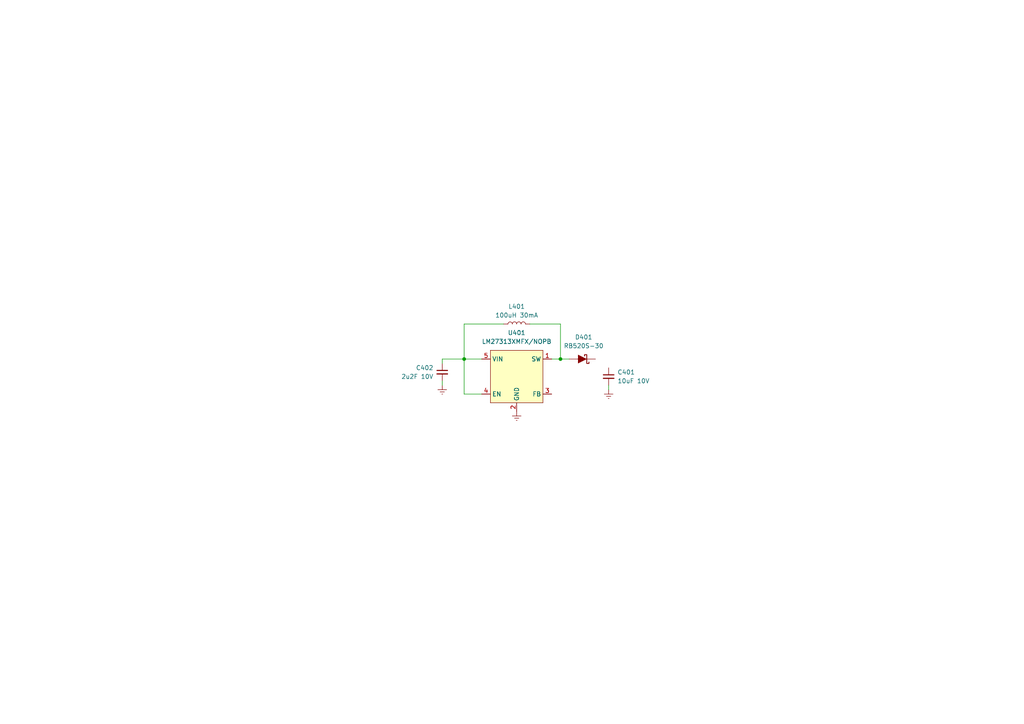
<source format=kicad_sch>
(kicad_sch (version 20250114) (generator "eeschema") (generator_version "9.0")
  (paper "A4")
  (lib_symbols
    (symbol "BR_Capacitors_0402:C_0402_10uF_10V_X5R_20%" (pin_numbers (hide yes)) (pin_names (offset 0.254) (hide yes))
      (property "Reference" "C" (at 1.016 1.778 0))
      (property "Value" "10uF 10V" (at 1.016 -1.778 0))
      (symbol "C_0402_10uF_10V_X5R_20%_0_1"
        (polyline (pts (xy -1.524 0.508) (xy 1.524 0.508)) (stroke (width 0.3048)))
        (polyline (pts (xy -1.524 -0.508) (xy 1.524 -0.508)) (stroke (width 0.3302)))
      )
      (symbol "C_0402_10uF_10V_X5R_20%_1_1"
        (pin passive line (at 0 2.54 270) (length 2.032) (name "~") (number "1"))
        (pin passive line (at 0 -2.54 90) (length 2.032) (name "~") (number "2"))
      )
    )
    (symbol "BR_Capacitors_0402:C_0402_2u2F_10V_X7R_10%" (pin_numbers (hide yes)) (pin_names (offset 0.254) (hide yes))
      (property "Reference" "C" (at 1.016 1.778 0))
      (property "Value" "2u2F 10V" (at 1.016 -1.778 0))
      (symbol "C_0402_2u2F_10V_X7R_10%_0_1"
        (polyline (pts (xy -1.524 0.508) (xy 1.524 0.508)) (stroke (width 0.3048)))
        (polyline (pts (xy -1.524 -0.508) (xy 1.524 -0.508)) (stroke (width 0.3302)))
      )
      (symbol "C_0402_2u2F_10V_X7R_10%_1_1"
        (pin passive line (at 0 2.54 270) (length 2.032) (name "~") (number "1"))
        (pin passive line (at 0 -2.54 90) (length 2.032) (name "~") (number "2"))
      )
    )
    (symbol "BR_Diodes:D_Schottky_RB520S-30" (pin_numbers (hide yes)) (pin_names (offset 1.016) (hide yes))
      (property "Reference" "D" (at -0.3175 6.35 0))
      (property "Value" "RB520S-30" (at -0.3175 3.81 0))
      (symbol "D_Schottky_RB520S-30_0_1"
        (polyline (pts (xy 1.27 0) (xy -1.27 0)))
      )
      (symbol "D_Schottky_RB520S-30_1_1"
        (polyline (pts (xy -0.635 -0.889) (xy -0.635 -1.27) (xy -1.27 -1.27) (xy -1.27 1.27) (xy -1.905 1.27) (xy -1.905 0.889)) (stroke (width 0.254)))
        (polyline (pts (xy 1.27 1.27) (xy 1.27 -1.27) (xy -1.27 0) (xy 1.27 1.27)) (stroke (width -0.0001)) (fill (type outline)))
        (pin passive line (at -3.81 0 0) (length 2.54) (name "K") (number "1"))
        (pin passive line (at 3.81 0 180) (length 2.54) (name "A") (number "2"))
      )
    )
    (symbol "BR_IC_Regulators:LM27313XMFX/NOPB"
      (property "Reference" "U" (at 2.1941 12.7 0))
      (property "Value" "LM27313XMFX/NOPB" (at 2.1941 10.16 0))
      (symbol "LM27313XMFX/NOPB_1_1"
        (rectangle (start -7.62 7.62) (end 7.62 -7.62) (fill (type background)))
        (pin power_in line (at -10.16 5.08 0) (length 2.54) (name "VIN") (number "5"))
        (pin input line (at -10.16 -5.08 0) (length 2.54) (name "EN") (number "4"))
        (pin power_in line (at 0 -10.16 90) (length 2.54) (name "GND") (number "2"))
        (pin power_out line (at 10.16 5.08 180) (length 2.54) (name "SW") (number "1"))
        (pin input line (at 10.16 -5.08 180) (length 2.54) (name "FB") (number "3"))
      )
    )
    (symbol "BR_Inductors:L_MLZ2012N101LT000" (pin_numbers (hide yes)) (pin_names (offset 0.254) (hide yes))
      (property "Reference" "L" (at -1.27 0 90))
      (property "Value" "100uH 30mA" (at 2.032 0.508 90))
      (symbol "L_MLZ2012N101LT000_0_1"
        (arc (start 0 2.54) (mid 0.6158 1.905) (end 0 1.27))
        (arc (start 0.0195 1.27) (mid 0.6353 0.635) (end 0.0195 0))
        (arc (start 0.0195 0) (mid 0.6353 -0.635) (end 0.0195 -1.27))
        (arc (start 0.0195 -1.27) (mid 0.6353 -1.905) (end 0.0195 -2.54))
      )
      (symbol "L_MLZ2012N101LT000_1_1"
        (pin passive line (at 0 3.81 270) (length 1.27) (name "~") (number "1"))
        (pin passive line (at 0 -3.81 90) (length 1.27) (name "~") (number "2"))
      )
    )
    (symbol "BR_Virtual_Parts:GND" (power) (pin_numbers (hide yes)) (pin_names (offset 0) (hide yes))
      (property "Value" "GND" (at 0 -3.556 0))
      (symbol "GND_0_1"
        (polyline (pts (xy -0.635 -1.905) (xy 0.635 -1.905)))
        (polyline (pts (xy -0.127 -2.54) (xy 0.127 -2.54)))
        (polyline (pts (xy 0 -1.27) (xy 0 0)))
        (polyline (pts (xy 1.27 -1.27) (xy -1.27 -1.27)))
      )
      (symbol "GND_1_1"
        (pin power_in line (at 0 0 270) (length 0) (hide yes) (name "GNDREF") (number "1"))
      )
    )
  )
  (junction (at 162.56 104.14))
  (junction (at 134.62 104.14))
  (wire (pts (xy 128.27 110.49) (xy 128.27 111.76)))
  (wire (pts (xy 139.7 114.3) (xy 134.62 114.3)))
  (wire (pts (xy 162.56 104.14) (xy 165.1 104.14)))
  (wire (pts (xy 134.62 93.98) (xy 134.62 104.14)))
  (wire (pts (xy 153.67 93.98) (xy 162.56 93.98)))
  (wire (pts (xy 162.56 104.14) (xy 160.02 104.14)))
  (wire (pts (xy 134.62 104.14) (xy 128.27 104.14)))
  (wire (pts (xy 146.05 93.98) (xy 134.62 93.98)))
  (wire (pts (xy 139.7 104.14) (xy 134.62 104.14)))
  (wire (pts (xy 162.56 93.98) (xy 162.56 104.14)))
  (wire (pts (xy 134.62 114.3) (xy 134.62 104.14)))
  (wire (pts (xy 128.27 104.14) (xy 128.27 105.41)))
  (wire (pts (xy 176.53 111.76) (xy 176.53 113.03)))
  (symbol (lib_id "BR_Virtual_Parts:GND") (at 149.86 119.38 0) (unit 1)
    (property "Reference" "#PWR0403" (effects (hide yes)))
    (property "Value" "GND" (effects (hide yes)))
  )
  (symbol (lib_id "BR_Capacitors_0402:C_0402_2u2F_10V_X7R_10%") (at 128.27 107.95 0) (mirror y) (unit 1)
    (property "Reference" "C402" (at 125.73 106.6862 0) (effects (justify left)))
    (property "Value" "2u2F 10V" (at 125.73 109.2262 0) (effects (justify left)))
    (property "Footprint" "BR_Passives:C_0402_1005Metric-minimized" (effects (hide yes)))
    (property "Datasheet" "https://search.murata.co.jp/Ceramy/image/img/A01X/G101/ENG/GRM155Z71A225KE01-01.pdf" (effects (hide yes)))
    (property "Description" "2.2uF 10V X7R 10% Ceramic Capacitor 0402" (effects (hide yes)))
    (property "Manufacturer" "Murata Electronics" (effects (hide yes)))
    (property "Manufacturer Part Num" "GRM155Z71A225KE01D" (effects (hide yes)))
    (property "BRE Number" "BRE-000024" (effects (hide yes)))
    (property "Supplier 1" "DigiKey" (effects (hide yes)))
    (property "Supplier Part Num 1" "490-GRM155Z71A225KE01DCT-ND" (effects (hide yes)))
    (property "Supplier 2" "Mouser" (effects (hide yes)))
    (property "Supplier Part Num 2" "81-GRM155Z71A225KE1D" (effects (hide yes)))
    (property "Supplier 3" "JLCPCB" (effects (hide yes)))
    (property "Supplier Part Num 3" "C2997286" (effects (hide yes)))
    (property "JLCPCB Part Num" "C2997286" (effects (hide yes)))
  )
  (symbol (lib_id "BR_Inductors:L_MLZ2012N101LT000") (at 149.86 93.98 90) (unit 1)
    (property "Reference" "L401" (at 149.86 88.9 90))
    (property "Value" "100uH 30mA" (at 149.86 91.44 90))
    (property "Footprint" "BR_Inductors:LMSC20120652R2MTA" (effects (hide yes)))
    (property "Datasheet" "https://lcsc.com/datasheet/lcsc_datasheet_2412231059_TDK-MLZ2012N101LT000_C88184.pdf" (effects (hide yes)))
    (property "Description" "100uH 20% 30mA 3.5Ω Inductors SMT 0805" (effects (hide yes)))
    (property "Manufacturer" "TDK" (effects (hide yes)))
    (property "Manufacturer Part Num" "MLZ2012N101LT000" (effects (hide yes)))
    (property "BRE Number" "BRE-001234" (effects (hide yes)))
    (property "JLCPCB Part Num" "C88184" (effects (hide yes)))
  )
  (symbol (lib_id "BR_Capacitors_0402:C_0402_10uF_10V_X5R_20%") (at 176.53 109.22 0) (unit 1)
    (property "Reference" "C401" (at 179.07 107.9562 0) (effects (justify left)))
    (property "Value" "10uF 10V" (at 179.07 110.4962 0) (effects (justify left)))
    (property "Footprint" "BR_Passives:C_0402_1005Metric-minimized" (effects (hide yes)))
    (property "Datasheet" "https://mm.digikey.com/Volume0/opasdata/d220001/medias/docus/2614/CL05A106MP5NUNC_Spec.pdf" (effects (hide yes)))
    (property "Description" "10uF 10V X5R 20% Ceramic Capacitor 0402" (effects (hide yes)))
    (property "Manufacturer" "Samsung Electro-Mechanics" (effects (hide yes)))
    (property "Manufacturer Part Num" "CL05A106MP5NUNC" (effects (hide yes)))
    (property "BRE Number" "BRE-000015" (effects (hide yes)))
    (property "Supplier 1" "DigiKey" (effects (hide yes)))
    (property "Supplier 2" "Mouser" (effects (hide yes)))
    (property "Supplier 3" "JLCPCB" (effects (hide yes)))
    (property "Supplier Part Num 1" "1276-1450-6-ND" (effects (hide yes)))
    (property "Supplier Part Num 2" "187-CL05A106MP5NUNC" (effects (hide yes)))
    (property "Supplier Part Num 3" "C315248" (effects (hide yes)))
    (property "JLCPCB Part Num" "C315248" (effects (hide yes)))
  )
  (symbol (lib_id "BR_Diodes:D_Schottky_RB520S-30") (at 168.91 104.14 180) (unit 1)
    (property "Reference" "D401" (at 169.291 97.79 0))
    (property "Value" "RB520S-30" (at 169.291 100.33 0))
    (property "Footprint" "BR_Discretes:D_SOD-523" (effects (hide yes)))
    (property "Datasheet" "https://www.onsemi.com/pdf/datasheet/rb520s30t1-d.pdf" (effects (hide yes)))
    (property "Description" "Schottky Diode 30V 200mA SOD-523" (effects (hide yes)))
    (property "Manufacturer" "onsemi" (effects (hide yes)))
    (property "Manufacturer Part Num" "RB520S30T5G" (effects (hide yes)))
    (property "BRE Number" "BRE-000122" (effects (hide yes)))
    (property "Supplier 1" "DigiKey" (effects (hide yes)))
    (property "Supplier Part Num 1" "RB520S30T5GOSCT-ND" (effects (hide yes)))
    (property "Supplier 2" "Mouser" (effects (hide yes)))
    (property "Supplier Part Num 2" "863-RB520S30T5G" (effects (hide yes)))
    (property "Supplier 3" "JLCPCB" (effects (hide yes)))
    (property "Supplier Part Num 3" "C511880" (effects (hide yes)))
    (property "JLCPCB Part Num" "C511880" (effects (hide yes)))
  )
  (symbol (lib_id "BR_Virtual_Parts:GND") (at 176.53 113.03 0) (unit 1)
    (property "Reference" "#PWR0402" (effects (hide yes)))
    (property "Value" "GND" (effects (hide yes)))
  )
  (symbol (lib_id "BR_Virtual_Parts:GND") (at 128.27 111.76 0) (unit 1)
    (property "Reference" "#PWR0401" (effects (hide yes)))
    (property "Value" "GND" (effects (hide yes)))
  )
  (symbol (lib_id "BR_IC_Regulators:LM27313XMFX/NOPB") (at 149.86 109.22 0) (unit 1)
    (property "Reference" "U401" (at 149.86 96.52 0))
    (property "Value" "LM27313XMFX/NOPB" (at 149.86 99.06 0))
    (property "Footprint" "BR_SOT:SOT-23-5" (effects (hide yes)))
    (property "Datasheet" "https://www.ti.com/general/docs/suppproductinfo.tsp?distId=10&gotoUrl=https%3A%2F%2Fwww.ti.com%2Flit%2Fgpn%2Flm27313" (effects (hide yes)))
    (property "Description" "Boost Converter, 2.7 - 14V Input, 800mA, 2.7 - 30V Output, 1.6Mhz, SOT23-5 (2.9x1.6)" (effects (hide yes)))
    (property "Manufacturer" "Texas Instruments" (effects (hide yes)))
    (property "Manufacturer Part Num" "LM27313XMFX/NOPB" (effects (hide yes)))
    (property "BRE Number" "BRE-000190" (effects (hide yes)))
    (property "Supplier 1" "DigiKey" (effects (hide yes)))
    (property "Supplier Part Num 1" "296-35164-1-ND" (effects (hide yes)))
    (property "Supplier 2" "Mouser" (effects (hide yes)))
    (property "Supplier Part Num 2" "926-LM27313XMFX/NOPB" (effects (hide yes)))
    (property "Supplier 3" "JLCPCB" (effects (hide yes)))
    (property "Supplier Part Num 3" "C341750" (effects (hide yes)))
    (property "JLCPCB Part Num" "C341750" (effects (hide yes)))
  )
)
</source>
